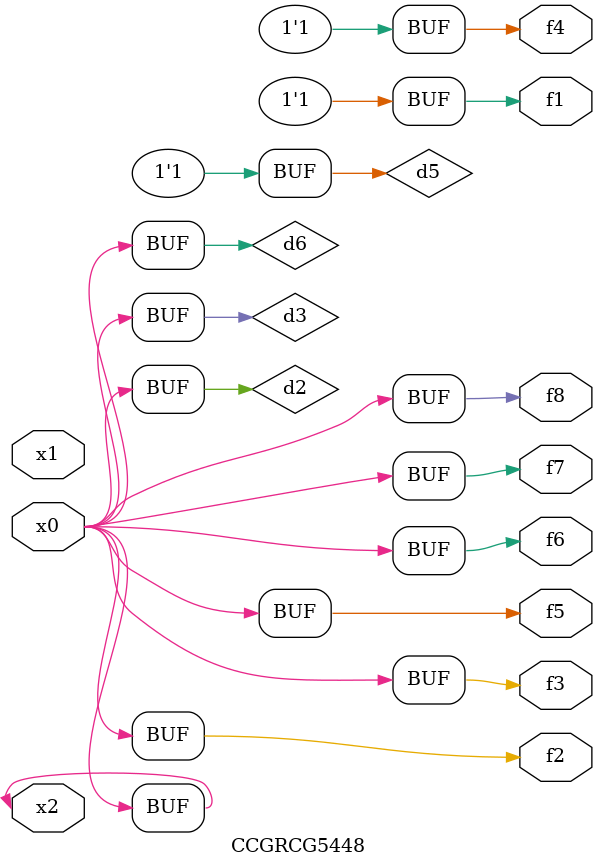
<source format=v>
module CCGRCG5448(
	input x0, x1, x2,
	output f1, f2, f3, f4, f5, f6, f7, f8
);

	wire d1, d2, d3, d4, d5, d6;

	xnor (d1, x2);
	buf (d2, x0, x2);
	and (d3, x0);
	xnor (d4, x1, x2);
	nand (d5, d1, d3);
	buf (d6, d2, d3);
	assign f1 = d5;
	assign f2 = d6;
	assign f3 = d6;
	assign f4 = d5;
	assign f5 = d6;
	assign f6 = d6;
	assign f7 = d6;
	assign f8 = d6;
endmodule

</source>
